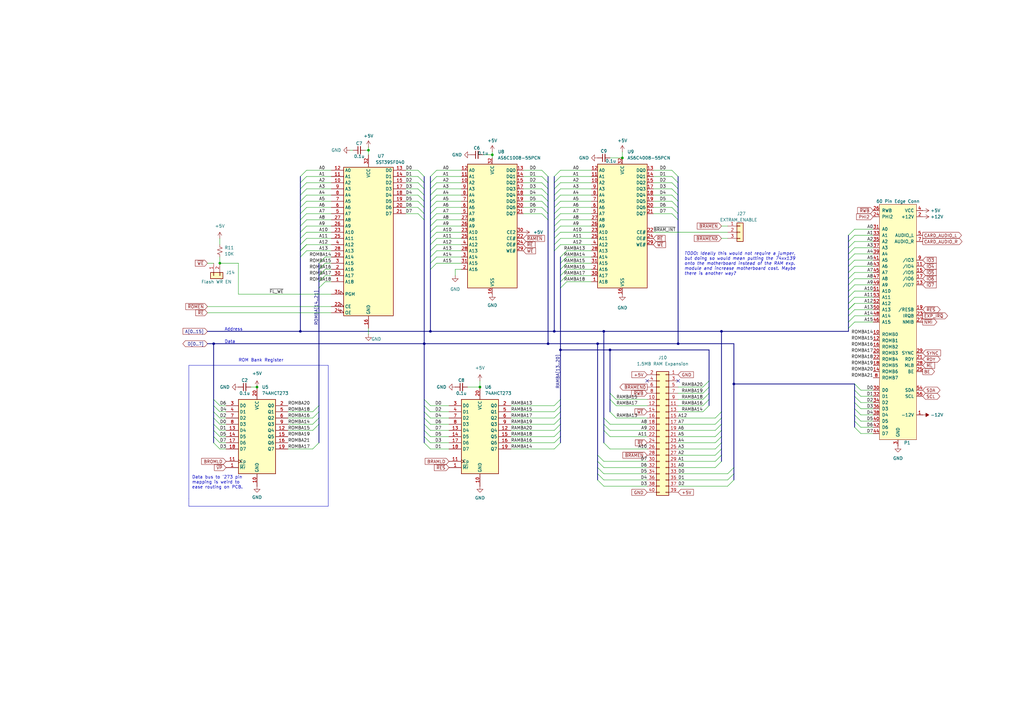
<source format=kicad_sch>
(kicad_sch (version 20231120) (generator "eeschema") (generator_version "8.0")
  (paper "A3")
  (title_block (title "OtterX") (date "2022-08-21") (rev "DV1 \"Sirius\"") (company "(C) 2023 Joe Burks"))
  (junction (at 176.53 135.89))
  (junction (at 224.79 140.97))
  (junction (at 87.63 140.97))
  (junction (at 245.11 140.97))
  (junction (at 295.91 135.89))
  (junction (at 201.93 63.5))
  (junction (at 229.87 143.51))
  (junction (at 196.85 158.75))
  (junction (at 105.41 158.75))
  (junction (at 227.33 135.89))
  (junction (at 255.27 64.77))
  (junction (at 300.99 157.48))
  (junction (at 250.19 143.51))
  (junction (at 247.65 135.89))
  (junction (at 173.99 140.97))
  (junction (at 90.17 107.95))
  (junction (at 278.13 140.97))
  (junction (at 151.13 61.595))
  (junction (at 123.19 135.89))
  (no_connect (at 278.13 156.21))
  (no_connect (at 265.43 156.21))
  (bus_entry (at 293.37 171.45) (size 2.54 -2.54))
  (bus_entry (at 275.59 69.85) (size 2.54 2.54))
  (bus_entry (at 123.19 77.47) (size 2.54 -2.54))
  (bus_entry (at 350.52 129.54) (size -2.54 2.54))
  (bus_entry (at 87.63 181.61) (size 2.54 2.54))
  (bus_entry (at 347.98 124.46) (size 2.54 -2.54))
  (bus_entry (at 125.73 100.33) (size -2.54 2.54))
  (bus_entry (at 227.33 92.71) (size 2.54 -2.54))
  (bus_entry (at 245.11 196.85) (size 2.54 2.54))
  (bus_entry (at 176.53 100.33) (size 2.54 -2.54))
  (bus_entry (at 298.45 199.39) (size 2.54 -2.54))
  (bus_entry (at 353.06 165.1) (size -2.54 -2.54))
  (bus_entry (at 229.87 118.11) (size 2.54 -2.54))
  (bus_entry (at 173.99 179.07) (size 2.54 2.54))
  (bus_entry (at 347.98 121.92) (size 2.54 -2.54))
  (bus_entry (at 87.63 166.37) (size 2.54 2.54))
  (bus_entry (at 123.19 82.55) (size 2.54 -2.54))
  (bus_entry (at 176.53 102.87) (size 2.54 -2.54))
  (bus_entry (at 347.98 101.6) (size 2.54 -2.54))
  (bus_entry (at 176.53 95.25) (size 2.54 -2.54))
  (bus_entry (at 245.11 194.31) (size 2.54 2.54))
  (bus_entry (at 123.19 72.39) (size 2.54 -2.54))
  (bus_entry (at 245.11 186.69) (size 2.54 2.54))
  (bus_entry (at 87.63 163.83) (size 2.54 2.54))
  (bus_entry (at 171.45 77.47) (size 2.54 2.54))
  (bus_entry (at 229.87 105.41) (size 2.54 -2.54))
  (bus_entry (at 123.19 85.09) (size 2.54 -2.54))
  (bus_entry (at 222.25 69.85) (size 2.54 2.54))
  (bus_entry (at 222.25 87.63) (size 2.54 2.54))
  (bus_entry (at 123.19 102.87) (size 2.54 -2.54))
  (bus_entry (at 87.63 176.53) (size 2.54 2.54))
  (bus_entry (at 222.25 74.93) (size 2.54 2.54))
  (bus_entry (at 87.63 168.91) (size 2.54 2.54))
  (bus_entry (at 293.37 173.99) (size 2.54 -2.54))
  (bus_entry (at 353.06 162.56) (size -2.54 -2.54))
  (bus_entry (at 247.65 181.61) (size 2.54 2.54))
  (bus_entry (at 247.65 171.45) (size 2.54 2.54))
  (bus_entry (at 247.65 173.99) (size 2.54 2.54))
  (bus_entry (at 247.65 176.53) (size 2.54 2.54))
  (bus_entry (at 176.53 97.79) (size 2.54 -2.54))
  (bus_entry (at 227.33 90.17) (size 2.54 -2.54))
  (bus_entry (at 176.53 87.63) (size 2.54 -2.54))
  (bus_entry (at 123.19 95.25) (size 2.54 -2.54))
  (bus_entry (at 222.25 82.55) (size 2.54 2.54))
  (bus_entry (at 229.87 110.49) (size 2.54 -2.54))
  (bus_entry (at 288.29 168.91) (size 2.54 -2.54))
  (bus_entry (at 293.37 176.53) (size 2.54 -2.54))
  (bus_entry (at 123.19 100.33) (size 2.54 -2.54))
  (bus_entry (at 293.37 179.07) (size 2.54 -2.54))
  (bus_entry (at 227.33 176.53) (size 2.54 -2.54))
  (bus_entry (at 176.53 105.41) (size 2.54 -2.54))
  (bus_entry (at 347.98 106.68) (size 2.54 -2.54))
  (bus_entry (at 275.59 74.93) (size 2.54 2.54))
  (bus_entry (at 222.25 85.09) (size 2.54 2.54))
  (bus_entry (at 288.29 161.29) (size 2.54 -2.54))
  (bus_entry (at 176.53 90.17) (size 2.54 -2.54))
  (bus_entry (at 171.45 87.63) (size 2.54 2.54))
  (bus_entry (at 347.98 96.52) (size 2.54 -2.54))
  (bus_entry (at 130.81 118.11) (size 2.54 -2.54))
  (bus_entry (at 293.37 189.23) (size 2.54 -2.54))
  (bus_entry (at 227.33 179.07) (size 2.54 -2.54))
  (bus_entry (at 176.53 77.47) (size 2.54 -2.54))
  (bus_entry (at 293.37 186.69) (size 2.54 -2.54))
  (bus_entry (at 353.06 172.72) (size -2.54 -2.54))
  (bus_entry (at 353.06 177.8) (size -2.54 -2.54))
  (bus_entry (at 87.63 173.99) (size 2.54 2.54))
  (bus_entry (at 176.53 72.39) (size 2.54 -2.54))
  (bus_entry (at 227.33 173.99) (size 2.54 -2.54))
  (bus_entry (at 123.19 92.71) (size 2.54 -2.54))
  (bus_entry (at 227.33 95.25) (size 2.54 -2.54))
  (bus_entry (at 227.33 171.45) (size 2.54 -2.54))
  (bus_entry (at 173.99 166.37) (size 2.54 2.54))
  (bus_entry (at 227.33 72.39) (size 2.54 -2.54))
  (bus_entry (at 275.59 77.47) (size 2.54 2.54))
  (bus_entry (at 347.98 119.38) (size 2.54 -2.54))
  (bus_entry (at 275.59 85.09) (size 2.54 2.54))
  (bus_entry (at 229.87 113.03) (size 2.54 -2.54))
  (bus_entry (at 173.99 168.91) (size 2.54 2.54))
  (bus_entry (at 222.25 77.47) (size 2.54 2.54))
  (bus_entry (at 245.11 191.77) (size 2.54 2.54))
  (bus_entry (at 173.99 176.53) (size 2.54 2.54))
  (bus_entry (at 227.33 168.91) (size 2.54 -2.54))
  (bus_entry (at 123.19 87.63) (size 2.54 -2.54))
  (bus_entry (at 87.63 171.45) (size 2.54 2.54))
  (bus_entry (at 275.59 87.63) (size 2.54 2.54))
  (bus_entry (at 227.33 97.79) (size 2.54 -2.54))
  (bus_entry (at 173.99 163.83) (size 2.54 2.54))
  (bus_entry (at 227.33 74.93) (size 2.54 -2.54))
  (bus_entry (at 229.87 107.95) (size 2.54 -2.54))
  (bus_entry (at 123.19 74.93) (size 2.54 -2.54))
  (bus_entry (at 293.37 184.15) (size 2.54 -2.54))
  (bus_entry (at 123.19 80.01) (size 2.54 -2.54))
  (bus_entry (at 347.98 127) (size 2.54 -2.54))
  (bus_entry (at 125.73 102.87) (size -2.54 2.54))
  (bus_entry (at 176.53 74.93) (size 2.54 -2.54))
  (bus_entry (at 353.06 175.26) (size -2.54 -2.54))
  (bus_entry (at 227.33 102.87) (size 2.54 -2.54))
  (bus_entry (at 173.99 173.99) (size 2.54 2.54))
  (bus_entry (at 171.45 72.39) (size 2.54 2.54))
  (bus_entry (at 353.06 160.02) (size -2.54 -2.54))
  (bus_entry (at 173.99 181.61) (size 2.54 2.54))
  (bus_entry (at 298.45 196.85) (size 2.54 -2.54))
  (bus_entry (at 275.59 72.39) (size 2.54 2.54))
  (bus_entry (at 227.33 166.37) (size 2.54 -2.54))
  (bus_entry (at 227.33 87.63) (size 2.54 -2.54))
  (bus_entry (at 133.35 110.49) (size -2.54 2.54))
  (bus_entry (at 133.35 113.03) (size -2.54 2.54))
  (bus_entry (at 133.35 107.95) (size -2.54 2.54))
  (bus_entry (at 133.35 105.41) (size -2.54 2.54))
  (bus_entry (at 347.98 111.76) (size 2.54 -2.54))
  (bus_entry (at 176.53 110.49) (size 2.54 -2.54))
  (bus_entry (at 350.52 124.46) (size -2.54 2.54))
  (bus_entry (at 176.53 92.71) (size 2.54 -2.54))
  (bus_entry (at 353.06 170.18) (size -2.54 -2.54))
  (bus_entry (at 350.52 132.08) (size -2.54 2.54))
  (bus_entry (at 347.98 109.22) (size 2.54 -2.54))
  (bus_entry (at 288.29 166.37) (size 2.54 -2.54))
  (bus_entry (at 347.98 114.3) (size 2.54 -2.54))
  (bus_entry (at 176.53 107.95) (size 2.54 -2.54))
  (bus_entry (at 347.98 116.84) (size 2.54 -2.54))
  (bus_entry (at 350.52 127) (size -2.54 2.54))
  (bus_entry (at 176.53 85.09) (size 2.54 -2.54))
  (bus_entry (at 227.33 181.61) (size 2.54 -2.54))
  (bus_entry (at 176.53 80.01) (size 2.54 -2.54))
  (bus_entry (at 347.98 104.14) (size 2.54 -2.54))
  (bus_entry (at 295.91 189.23) (size -2.54 2.54))
  (bus_entry (at 229.87 115.57) (size 2.54 -2.54))
  (bus_entry (at 227.33 100.33) (size 2.54 -2.54))
  (bus_entry (at 227.33 85.09) (size 2.54 -2.54))
  (bus_entry (at 293.37 181.61) (size 2.54 -2.54))
  (bus_entry (at 288.29 158.75) (size 2.54 -2.54))
  (bus_entry (at 222.25 72.39) (size 2.54 2.54))
  (bus_entry (at 123.19 90.17) (size 2.54 -2.54))
  (bus_entry (at 128.27 184.15) (size 2.54 -2.54))
  (bus_entry (at 128.27 171.45) (size 2.54 -2.54))
  (bus_entry (at 128.27 176.53) (size 2.54 -2.54))
  (bus_entry (at 128.27 173.99) (size 2.54 -2.54))
  (bus_entry (at 128.27 168.91) (size 2.54 -2.54))
  (bus_entry (at 353.06 167.64) (size -2.54 -2.54))
  (bus_entry (at 176.53 82.55) (size 2.54 -2.54))
  (bus_entry (at 222.25 80.01) (size 2.54 2.54))
  (bus_entry (at 171.45 82.55) (size 2.54 2.54))
  (bus_entry (at 227.33 184.15) (size 2.54 -2.54))
  (bus_entry (at 347.98 99.06) (size 2.54 -2.54))
  (bus_entry (at 245.11 189.23) (size 2.54 2.54))
  (bus_entry (at 275.59 80.01) (size 2.54 2.54))
  (bus_entry (at 298.45 194.31) (size 2.54 -2.54))
  (bus_entry (at 171.45 74.93) (size 2.54 2.54))
  (bus_entry (at 173.99 171.45) (size 2.54 2.54))
  (bus_entry (at 171.45 80.01) (size 2.54 2.54))
  (bus_entry (at 227.33 77.47) (size 2.54 -2.54))
  (bus_entry (at 275.59 82.55) (size 2.54 2.54))
  (bus_entry (at 227.33 80.01) (size 2.54 -2.54))
  (bus_entry (at 288.29 163.83) (size 2.54 -2.54))
  (bus_entry (at 123.19 97.79) (size 2.54 -2.54))
  (bus_entry (at 171.45 69.85) (size 2.54 2.54))
  (bus_entry (at 227.33 82.55) (size 2.54 -2.54))
  (bus_entry (at 250.19 161.29) (size 2.54 2.54))
  (bus_entry (at 250.19 163.83) (size 2.54 2.54))
  (bus_entry (at 250.19 168.91) (size 2.54 2.54))
  (bus_entry (at 87.63 179.07) (size 2.54 2.54))
  (bus_entry (at 171.45 85.09) (size 2.54 2.54))
  (bus (pts (xy 227.33 97.79) (xy 227.33 95.25)))
  (bus (pts (xy 227.33 82.55) (xy 227.33 80.01)))
  (wire (pts (xy 166.37 74.93) (xy 171.45 74.93)))
  (wire (pts (xy 209.55 179.07) (xy 227.33 179.07)))
  (bus (pts (xy 247.65 181.61) (xy 247.65 176.53)))
  (bus (pts (xy 130.81 173.99) (xy 130.81 181.61)))
  (wire (pts (xy 358.14 165.1) (xy 353.06 165.1)))
  (wire (pts (xy 250.19 64.77) (xy 255.27 64.77)))
  (wire (pts (xy 179.07 100.33) (xy 189.23 100.33)))
  (wire (pts (xy 176.53 171.45) (xy 184.15 171.45)))
  (bus (pts (xy 247.65 176.53) (xy 247.65 173.99)))
  (wire (pts (xy 189.23 110.49) (xy 186.69 110.49)))
  (bus (pts (xy 227.33 87.63) (xy 227.33 85.09)))
  (bus (pts (xy 300.99 140.97) (xy 300.99 157.48)))
  (wire (pts (xy 350.52 93.98) (xy 358.14 93.98)))
  (bus (pts (xy 300.99 194.31) (xy 300.99 191.77)))
  (wire (pts (xy 278.13 186.69) (xy 293.37 186.69)))
  (bus (pts (xy 176.53 85.09) (xy 176.53 87.63)))
  (bus (pts (xy 227.33 80.01) (xy 227.33 77.47)))
  (wire (pts (xy 232.41 107.95) (xy 242.57 107.95)))
  (wire (pts (xy 179.07 74.93) (xy 189.23 74.93)))
  (bus (pts (xy 176.53 135.89) (xy 227.33 135.89)))
  (bus (pts (xy 173.99 179.07) (xy 173.99 181.61)))
  (wire (pts (xy 209.55 176.53) (xy 227.33 176.53)))
  (bus (pts (xy 347.98 121.92) (xy 347.98 119.38)))
  (wire (pts (xy 350.52 127) (xy 358.14 127)))
  (wire (pts (xy 267.97 87.63) (xy 275.59 87.63)))
  (bus (pts (xy 278.13 77.47) (xy 278.13 80.01)))
  (wire (pts (xy 125.73 82.55) (xy 135.89 82.55)))
  (wire (pts (xy 186.69 110.49) (xy 186.69 113.03)))
  (bus (pts (xy 250.19 143.51) (xy 229.87 143.51)))
  (bus (pts (xy 123.19 90.17) (xy 123.19 87.63)))
  (wire (pts (xy 125.73 100.33) (xy 135.89 100.33)))
  (wire (pts (xy 295.91 92.71) (xy 298.45 92.71)))
  (wire (pts (xy 179.07 85.09) (xy 189.23 85.09)))
  (wire (pts (xy 118.11 168.91) (xy 128.27 168.91)))
  (wire (pts (xy 278.13 191.77) (xy 293.37 191.77)))
  (wire (pts (xy 179.07 80.01) (xy 189.23 80.01)))
  (bus (pts (xy 87.63 168.91) (xy 87.63 166.37)))
  (bus (pts (xy 176.53 110.49) (xy 176.53 135.89)))
  (bus (pts (xy 229.87 118.11) (xy 229.87 143.51)))
  (wire (pts (xy 350.52 119.38) (xy 358.14 119.38)))
  (bus (pts (xy 173.99 140.97) (xy 173.99 163.83)))
  (wire (pts (xy 278.13 163.83) (xy 288.29 163.83)))
  (bus (pts (xy 123.19 97.79) (xy 123.19 95.25)))
  (wire (pts (xy 214.63 72.39) (xy 222.25 72.39)))
  (bus (pts (xy 224.79 140.97) (xy 245.11 140.97)))
  (wire (pts (xy 90.17 184.15) (xy 92.71 184.15)))
  (wire (pts (xy 133.35 113.03) (xy 135.89 113.03)))
  (wire (pts (xy 295.91 97.79) (xy 298.45 97.79)))
  (wire (pts (xy 229.87 97.79) (xy 242.57 97.79)))
  (wire (pts (xy 350.52 101.6) (xy 358.14 101.6)))
  (wire (pts (xy 350.52 111.76) (xy 358.14 111.76)))
  (bus (pts (xy 290.83 158.75) (xy 290.83 156.21)))
  (wire (pts (xy 214.63 85.09) (xy 222.25 85.09)))
  (wire (pts (xy 176.53 173.99) (xy 184.15 173.99)))
  (bus (pts (xy 347.98 106.68) (xy 347.98 104.14)))
  (wire (pts (xy 232.41 102.87) (xy 242.57 102.87)))
  (wire (pts (xy 179.07 72.39) (xy 189.23 72.39)))
  (wire (pts (xy 214.63 82.55) (xy 222.25 82.55)))
  (bus (pts (xy 290.83 166.37) (xy 290.83 163.83)))
  (wire (pts (xy 125.73 97.79) (xy 135.89 97.79)))
  (bus (pts (xy 347.98 109.22) (xy 347.98 106.68)))
  (wire (pts (xy 247.65 196.85) (xy 265.43 196.85)))
  (wire (pts (xy 176.53 168.91) (xy 184.15 168.91)))
  (bus (pts (xy 123.19 95.25) (xy 123.19 92.71)))
  (bus (pts (xy 295.91 168.91) (xy 295.91 171.45)))
  (bus (pts (xy 130.81 107.95) (xy 130.81 110.49)))
  (wire (pts (xy 232.41 115.57) (xy 242.57 115.57)))
  (bus (pts (xy 247.65 135.89) (xy 295.91 135.89)))
  (bus (pts (xy 176.53 90.17) (xy 176.53 92.71)))
  (wire (pts (xy 125.73 74.93) (xy 135.89 74.93)))
  (polyline (pts (xy 77.47 204.47) (xy 77.47 149.86)))
  (wire (pts (xy 229.87 69.85) (xy 242.57 69.85)))
  (wire (pts (xy 278.13 171.45) (xy 293.37 171.45)))
  (wire (pts (xy 350.52 104.14) (xy 358.14 104.14)))
  (bus (pts (xy 176.53 74.93) (xy 176.53 77.47)))
  (wire (pts (xy 247.65 199.39) (xy 265.43 199.39)))
  (polyline (pts (xy 77.47 204.47) (xy 77.47 207.645)))
  (wire (pts (xy 125.73 92.71) (xy 135.89 92.71)))
  (bus (pts (xy 224.79 90.17) (xy 224.79 140.97)))
  (bus (pts (xy 347.98 127) (xy 347.98 129.54)))
  (wire (pts (xy 350.52 106.68) (xy 358.14 106.68)))
  (bus (pts (xy 278.13 74.93) (xy 278.13 77.47)))
  (bus (pts (xy 227.33 102.87) (xy 227.33 100.33)))
  (wire (pts (xy 229.87 92.71) (xy 242.57 92.71)))
  (wire (pts (xy 358.14 172.72) (xy 353.06 172.72)))
  (bus (pts (xy 87.63 166.37) (xy 87.63 163.83)))
  (wire (pts (xy 229.87 74.93) (xy 242.57 74.93)))
  (bus (pts (xy 295.91 179.07) (xy 295.91 181.61)))
  (wire (pts (xy 97.79 120.65) (xy 135.89 120.65)))
  (bus (pts (xy 227.33 92.71) (xy 227.33 90.17)))
  (bus (pts (xy 123.19 80.01) (xy 123.19 77.47)))
  (bus (pts (xy 123.19 105.41) (xy 123.19 135.89)))
  (wire (pts (xy 358.14 167.64) (xy 353.06 167.64)))
  (wire (pts (xy 144.78 61.595) (xy 143.51 61.595)))
  (wire (pts (xy 118.11 184.15) (xy 128.27 184.15)))
  (wire (pts (xy 198.12 63.5) (xy 201.93 63.5)))
  (bus (pts (xy 224.79 74.93) (xy 224.79 77.47)))
  (wire (pts (xy 350.52 114.3) (xy 358.14 114.3)))
  (bus (pts (xy 350.52 175.26) (xy 350.52 172.72)))
  (bus (pts (xy 87.63 171.45) (xy 87.63 173.99)))
  (bus (pts (xy 130.81 113.03) (xy 130.81 115.57)))
  (bus (pts (xy 229.87 113.03) (xy 229.87 115.57)))
  (bus (pts (xy 176.53 82.55) (xy 176.53 85.09)))
  (bus (pts (xy 278.13 87.63) (xy 278.13 90.17)))
  (bus (pts (xy 347.98 104.14) (xy 347.98 101.6)))
  (bus (pts (xy 295.91 186.69) (xy 295.91 189.23)))
  (bus (pts (xy 123.19 87.63) (xy 123.19 85.09)))
  (wire (pts (xy 125.73 77.47) (xy 135.89 77.47)))
  (wire (pts (xy 90.17 181.61) (xy 92.71 181.61)))
  (bus (pts (xy 229.87 143.51) (xy 229.87 163.83)))
  (bus (pts (xy 173.99 77.47) (xy 173.99 80.01)))
  (bus (pts (xy 245.11 191.77) (xy 245.11 194.31)))
  (bus (pts (xy 173.99 72.39) (xy 173.99 74.93)))
  (wire (pts (xy 125.73 72.39) (xy 135.89 72.39)))
  (wire (pts (xy 214.63 87.63) (xy 222.25 87.63)))
  (wire (pts (xy 90.17 176.53) (xy 92.71 176.53)))
  (wire (pts (xy 350.52 99.06) (xy 358.14 99.06)))
  (wire (pts (xy 232.41 110.49) (xy 242.57 110.49)))
  (bus (pts (xy 173.99 82.55) (xy 173.99 85.09)))
  (bus (pts (xy 278.13 82.55) (xy 278.13 85.09)))
  (wire (pts (xy 278.13 194.31) (xy 298.45 194.31)))
  (wire (pts (xy 252.73 171.45) (xy 265.43 171.45)))
  (bus (pts (xy 176.53 80.01) (xy 176.53 82.55)))
  (wire (pts (xy 350.52 124.46) (xy 358.14 124.46)))
  (bus (pts (xy 347.98 119.38) (xy 347.98 116.84)))
  (wire (pts (xy 85.09 128.27) (xy 135.89 128.27)))
  (wire (pts (xy 90.17 179.07) (xy 92.71 179.07)))
  (wire (pts (xy 229.87 77.47) (xy 242.57 77.47)))
  (bus (pts (xy 229.87 110.49) (xy 229.87 113.03)))
  (bus (pts (xy 130.81 168.91) (xy 130.81 171.45)))
  (wire (pts (xy 133.35 115.57) (xy 135.89 115.57)))
  (wire (pts (xy 125.73 87.63) (xy 135.89 87.63)))
  (wire (pts (xy 209.55 181.61) (xy 227.33 181.61)))
  (bus (pts (xy 229.87 171.45) (xy 229.87 173.99)))
  (wire (pts (xy 90.17 171.45) (xy 92.71 171.45)))
  (bus (pts (xy 176.53 97.79) (xy 176.53 100.33)))
  (wire (pts (xy 229.87 87.63) (xy 242.57 87.63)))
  (wire (pts (xy 229.87 100.33) (xy 242.57 100.33)))
  (wire (pts (xy 358.14 162.56) (xy 353.06 162.56)))
  (bus (pts (xy 173.99 168.91) (xy 173.99 171.45)))
  (wire (pts (xy 250.19 173.99) (xy 265.43 173.99)))
  (bus (pts (xy 250.19 143.51) (xy 250.19 161.29)))
  (bus (pts (xy 295.91 171.45) (xy 295.91 173.99)))
  (wire (pts (xy 247.65 189.23) (xy 265.43 189.23)))
  (wire (pts (xy 247.65 194.31) (xy 265.43 194.31)))
  (bus (pts (xy 173.99 176.53) (xy 173.99 179.07)))
  (bus (pts (xy 347.98 132.08) (xy 347.98 134.62)))
  (bus (pts (xy 173.99 166.37) (xy 173.99 168.91)))
  (wire (pts (xy 209.55 166.37) (xy 227.33 166.37)))
  (wire (pts (xy 97.79 120.65) (xy 97.79 107.95)))
  (wire (pts (xy 278.13 184.15) (xy 293.37 184.15)))
  (bus (pts (xy 229.87 163.83) (xy 229.87 166.37)))
  (wire (pts (xy 350.52 109.22) (xy 358.14 109.22)))
  (wire (pts (xy 90.17 173.99) (xy 92.71 173.99)))
  (bus (pts (xy 130.81 166.37) (xy 130.81 168.91)))
  (bus (pts (xy 224.79 85.09) (xy 224.79 87.63)))
  (wire (pts (xy 229.87 95.25) (xy 242.57 95.25)))
  (wire (pts (xy 179.07 69.85) (xy 189.23 69.85)))
  (wire (pts (xy 179.07 95.25) (xy 189.23 95.25)))
  (wire (pts (xy 278.13 168.91) (xy 288.29 168.91)))
  (bus (pts (xy 290.83 163.83) (xy 290.83 161.29)))
  (bus (pts (xy 229.87 115.57) (xy 229.87 118.11)))
  (wire (pts (xy 278.13 181.61) (xy 293.37 181.61)))
  (wire (pts (xy 267.97 72.39) (xy 275.59 72.39)))
  (wire (pts (xy 250.19 184.15) (xy 265.43 184.15)))
  (bus (pts (xy 350.52 162.56) (xy 350.52 160.02)))
  (bus (pts (xy 227.33 102.87) (xy 227.33 135.89)))
  (wire (pts (xy 278.13 179.07) (xy 293.37 179.07)))
  (wire (pts (xy 350.52 132.08) (xy 358.14 132.08)))
  (wire (pts (xy 250.19 179.07) (xy 265.43 179.07)))
  (wire (pts (xy 179.07 82.55) (xy 189.23 82.55)))
  (bus (pts (xy 224.79 72.39) (xy 224.79 74.93)))
  (bus (pts (xy 295.91 135.89) (xy 347.98 135.89)))
  (wire (pts (xy 149.86 61.595) (xy 151.13 61.595)))
  (wire (pts (xy 85.09 125.73) (xy 135.89 125.73)))
  (bus (pts (xy 278.13 80.01) (xy 278.13 82.55)))
  (bus (pts (xy 123.19 102.87) (xy 123.19 100.33)))
  (bus (pts (xy 347.98 114.3) (xy 347.98 111.76)))
  (bus (pts (xy 227.33 77.47) (xy 227.33 74.93)))
  (wire (pts (xy 118.11 171.45) (xy 128.27 171.45)))
  (wire (pts (xy 125.73 95.25) (xy 135.89 95.25)))
  (bus (pts (xy 123.19 135.89) (xy 176.53 135.89)))
  (bus (pts (xy 176.53 77.47) (xy 176.53 80.01)))
  (wire (pts (xy 278.13 199.39) (xy 298.45 199.39)))
  (bus (pts (xy 350.52 170.18) (xy 350.52 167.64)))
  (bus (pts (xy 87.63 140.97) (xy 87.63 163.83)))
  (bus (pts (xy 227.33 85.09) (xy 227.33 82.55)))
  (wire (pts (xy 267.97 85.09) (xy 275.59 85.09)))
  (wire (pts (xy 278.13 189.23) (xy 293.37 189.23)))
  (wire (pts (xy 358.14 177.8) (xy 353.06 177.8)))
  (bus (pts (xy 87.63 176.53) (xy 87.63 173.99)))
  (wire (pts (xy 179.07 102.87) (xy 189.23 102.87)))
  (bus (pts (xy 229.87 173.99) (xy 229.87 176.53)))
  (bus (pts (xy 176.53 107.95) (xy 176.53 110.49)))
  (wire (pts (xy 179.07 107.95) (xy 189.23 107.95)))
  (polyline (pts (xy 134.62 207.645) (xy 77.47 207.645)))
  (wire (pts (xy 350.52 121.92) (xy 358.14 121.92)))
  (bus (pts (xy 229.87 107.95) (xy 229.87 110.49)))
  (wire (pts (xy 229.87 90.17) (xy 242.57 90.17)))
  (wire (pts (xy 278.13 161.29) (xy 288.29 161.29)))
  (bus (pts (xy 87.63 181.61) (xy 87.63 179.07)))
  (bus (pts (xy 173.99 80.01) (xy 173.99 82.55)))
  (wire (pts (xy 176.53 179.07) (xy 184.15 179.07)))
  (bus (pts (xy 130.81 110.49) (xy 130.81 113.03)))
  (wire (pts (xy 255.27 62.23) (xy 255.27 64.77)))
  (wire (pts (xy 267.97 74.93) (xy 275.59 74.93)))
  (bus (pts (xy 176.53 100.33) (xy 176.53 102.87)))
  (bus (pts (xy 176.53 105.41) (xy 176.53 107.95)))
  (wire (pts (xy 166.37 72.39) (xy 171.45 72.39)))
  (bus (pts (xy 87.63 140.97) (xy 173.99 140.97)))
  (bus (pts (xy 245.11 140.97) (xy 278.13 140.97)))
  (wire (pts (xy 247.65 191.77) (xy 265.43 191.77)))
  (wire (pts (xy 229.87 82.55) (xy 242.57 82.55)))
  (wire (pts (xy 151.13 134.62) (xy 151.13 137.16)))
  (wire (pts (xy 133.35 105.41) (xy 135.89 105.41)))
  (wire (pts (xy 358.14 160.02) (xy 353.06 160.02)))
  (wire (pts (xy 90.17 168.91) (xy 92.71 168.91)))
  (bus (pts (xy 278.13 140.97) (xy 300.99 140.97)))
  (bus (pts (xy 295.91 184.15) (xy 295.91 186.69)))
  (bus (pts (xy 229.87 176.53) (xy 229.87 179.07)))
  (wire (pts (xy 196.85 156.21) (xy 196.85 158.75)))
  (wire (pts (xy 229.87 85.09) (xy 242.57 85.09)))
  (bus (pts (xy 245.11 194.31) (xy 245.11 196.85)))
  (bus (pts (xy 300.99 157.48) (xy 350.52 157.48)))
  (wire (pts (xy 278.13 196.85) (xy 298.45 196.85)))
  (bus (pts (xy 130.81 118.11) (xy 130.81 166.37)))
  (wire (pts (xy 179.07 87.63) (xy 189.23 87.63)))
  (bus (pts (xy 173.99 163.83) (xy 173.99 166.37)))
  (bus (pts (xy 229.87 105.41) (xy 229.87 107.95)))
  (wire (pts (xy 133.35 107.95) (xy 135.89 107.95)))
  (wire (pts (xy 267.97 95.25) (xy 298.45 95.25)))
  (bus (pts (xy 123.19 82.55) (xy 123.19 80.01)))
  (bus (pts (xy 278.13 90.17) (xy 278.13 140.97)))
  (wire (pts (xy 151.13 61.595) (xy 151.13 63.5)))
  (bus (pts (xy 85.09 135.89) (xy 123.19 135.89)))
  (wire (pts (xy 267.97 69.85) (xy 275.59 69.85)))
  (bus (pts (xy 173.99 90.17) (xy 173.99 140.97)))
  (bus (pts (xy 173.99 87.63) (xy 173.99 90.17)))
  (bus (pts (xy 347.98 99.06) (xy 347.98 96.52)))
  (wire (pts (xy 125.73 90.17) (xy 135.89 90.17)))
  (bus (pts (xy 229.87 168.91) (xy 229.87 171.45)))
  (wire (pts (xy 97.79 107.95) (xy 90.17 107.95)))
  (bus (pts (xy 347.98 129.54) (xy 347.98 132.08)))
  (wire (pts (xy 214.63 80.01) (xy 222.25 80.01)))
  (wire (pts (xy 350.52 116.84) (xy 358.14 116.84)))
  (bus (pts (xy 250.19 161.29) (xy 250.19 163.83)))
  (wire (pts (xy 166.37 82.55) (xy 171.45 82.55)))
  (bus (pts (xy 347.98 124.46) (xy 347.98 121.92)))
  (wire (pts (xy 166.37 69.85) (xy 171.45 69.85)))
  (polyline (pts (xy 77.47 149.86) (xy 134.62 149.86)))
  (bus (pts (xy 247.65 135.89) (xy 247.65 171.45)))
  (wire (pts (xy 179.07 77.47) (xy 189.23 77.47)))
  (wire (pts (xy 90.17 166.37) (xy 92.71 166.37)))
  (wire (pts (xy 176.53 181.61) (xy 184.15 181.61)))
  (bus (pts (xy 247.65 173.99) (xy 247.65 171.45)))
  (wire (pts (xy 232.41 105.41) (xy 242.57 105.41)))
  (bus (pts (xy 350.52 167.64) (xy 350.52 165.1)))
  (wire (pts (xy 125.73 102.87) (xy 135.89 102.87)))
  (bus (pts (xy 176.53 72.39) (xy 176.53 74.93)))
  (wire (pts (xy 133.35 110.49) (xy 135.89 110.49)))
  (bus (pts (xy 229.87 179.07) (xy 229.87 181.61)))
  (wire (pts (xy 201.93 63.5) (xy 201.93 64.77)))
  (wire (pts (xy 250.19 176.53) (xy 265.43 176.53)))
  (bus (pts (xy 350.52 160.02) (xy 350.52 157.48)))
  (bus (pts (xy 176.53 92.71) (xy 176.53 95.25)))
  (wire (pts (xy 166.37 87.63) (xy 171.45 87.63)))
  (wire (pts (xy 125.73 85.09) (xy 135.89 85.09)))
  (wire (pts (xy 278.13 173.99) (xy 293.37 173.99)))
  (bus (pts (xy 123.19 92.71) (xy 123.19 90.17)))
  (polyline (pts (xy 134.62 149.86) (xy 134.62 207.645)))
  (bus (pts (xy 278.13 72.39) (xy 278.13 74.93)))
  (wire (pts (xy 151.13 60.325) (xy 151.13 61.595)))
  (wire (pts (xy 214.63 69.85) (xy 222.25 69.85)))
  (bus (pts (xy 250.19 163.83) (xy 250.19 168.91)))
  (wire (pts (xy 90.17 97.79) (xy 90.17 100.33)))
  (bus (pts (xy 245.11 140.97) (xy 245.11 186.69)))
  (bus (pts (xy 173.99 171.45) (xy 173.99 173.99)))
  (wire (pts (xy 232.41 113.03) (xy 242.57 113.03)))
  (bus (pts (xy 224.79 77.47) (xy 224.79 80.01)))
  (wire (pts (xy 166.37 85.09) (xy 171.45 85.09)))
  (wire (pts (xy 85.09 107.95) (xy 87.63 107.95)))
  (wire (pts (xy 191.77 158.75) (xy 196.85 158.75)))
  (wire (pts (xy 166.37 77.47) (xy 171.45 77.47)))
  (wire (pts (xy 118.11 176.53) (xy 128.27 176.53)))
  (wire (pts (xy 209.55 168.91) (xy 227.33 168.91)))
  (bus (pts (xy 123.19 85.09) (xy 123.19 82.55)))
  (wire (pts (xy 166.37 80.01) (xy 171.45 80.01)))
  (wire (pts (xy 267.97 82.55) (xy 275.59 82.55)))
  (bus (pts (xy 295.91 176.53) (xy 295.91 179.07)))
  (bus (pts (xy 347.98 135.89) (xy 347.98 134.62)))
  (bus (pts (xy 290.83 161.29) (xy 290.83 158.75)))
  (bus (pts (xy 173.99 85.09) (xy 173.99 87.63)))
  (bus (pts (xy 300.99 157.48) (xy 300.99 191.77)))
  (wire (pts (xy 358.14 175.26) (xy 353.06 175.26)))
  (bus (pts (xy 227.33 100.33) (xy 227.33 97.79)))
  (wire (pts (xy 209.55 173.99) (xy 227.33 173.99)))
  (wire (pts (xy 179.07 90.17) (xy 189.23 90.17)))
  (bus (pts (xy 278.13 85.09) (xy 278.13 87.63)))
  (bus (pts (xy 245.11 189.23) (xy 245.11 191.77)))
  (bus (pts (xy 176.53 102.87) (xy 176.53 105.41)))
  (bus (pts (xy 224.79 80.01) (xy 224.79 82.55)))
  (bus (pts (xy 123.19 102.87) (xy 123.19 105.41)))
  (wire (pts (xy 209.55 184.15) (xy 227.33 184.15)))
  (wire (pts (xy 267.97 80.01) (xy 275.59 80.01)))
  (bus (pts (xy 227.33 90.17) (xy 227.33 87.63)))
  (bus (pts (xy 173.99 74.93) (xy 173.99 77.47)))
  (bus (pts (xy 123.19 77.47) (xy 123.19 74.93)))
  (bus (pts (xy 350.52 172.72) (xy 350.52 170.18)))
  (bus (pts (xy 85.09 140.97) (xy 87.63 140.97)))
  (wire (pts (xy 214.63 77.47) (xy 222.25 77.47)))
  (wire (pts (xy 267.97 77.47) (xy 275.59 77.47)))
  (bus (pts (xy 224.79 82.55) (xy 224.79 85.09)))
  (bus (pts (xy 176.53 87.63) (xy 176.53 90.17)))
  (wire (pts (xy 252.73 166.37) (xy 265.43 166.37)))
  (bus (pts (xy 347.98 116.84) (xy 347.98 114.3)))
  (wire (pts (xy 125.73 80.01) (xy 135.89 80.01)))
  (wire (pts (xy 179.07 97.79) (xy 189.23 97.79)))
  (bus (pts (xy 176.53 95.25) (xy 176.53 97.79)))
  (wire (pts (xy 252.73 163.83) (xy 265.43 163.83)))
  (wire (pts (xy 201.93 62.23) (xy 201.93 63.5)))
  (wire (pts (xy 176.53 184.15) (xy 184.15 184.15)))
  (wire (pts (xy 214.63 74.93) (xy 222.25 74.93)))
  (wire (pts (xy 90.17 105.41) (xy 90.17 107.95)))
  (bus (pts (xy 173.99 173.99) (xy 173.99 176.53)))
  (wire (pts (xy 278.13 166.37) (xy 288.29 166.37)))
  (bus (pts (xy 347.98 101.6) (xy 347.98 99.06)))
  (wire (pts (xy 102.87 158.75) (xy 105.41 158.75)))
  (bus (pts (xy 347.98 127) (xy 347.98 124.46)))
  (bus (pts (xy 300.99 196.85) (xy 300.99 194.31)))
  (bus (pts (xy 295.91 181.61) (xy 295.91 184.15)))
  (wire (pts (xy 176.53 166.37) (xy 184.15 166.37)))
  (wire (pts (xy 278.13 176.53) (xy 293.37 176.53)))
  (bus (pts (xy 123.19 74.93) (xy 123.19 72.39)))
  (bus (pts (xy 347.98 111.76) (xy 347.98 109.22)))
  (bus (pts (xy 173.99 140.97) (xy 224.79 140.97)))
  (wire (pts (xy 350.52 96.52) (xy 358.14 96.52)))
  (bus (pts (xy 87.63 179.07) (xy 87.63 176.53)))
  (bus (pts (xy 229.87 166.37) (xy 229.87 168.91)))
  (bus (pts (xy 290.83 143.51) (xy 250.19 143.51)))
  (bus (pts (xy 227.33 95.25) (xy 227.33 92.71)))
  (bus (pts (xy 227.33 74.93) (xy 227.33 72.39)))
  (bus (pts (xy 87.63 171.45) (xy 87.63 168.91)))
  (bus (pts (xy 245.11 186.69) (xy 245.11 189.23)))
  (wire (pts (xy 179.07 92.71) (xy 189.23 92.71)))
  (bus (pts (xy 130.81 171.45) (xy 130.81 173.99)))
  (wire (pts (xy 179.07 105.41) (xy 189.23 105.41)))
  (wire (pts (xy 176.53 176.53) (xy 184.15 176.53)))
  (wire (pts (xy 125.73 69.85) (xy 135.89 69.85)))
  (bus (pts (xy 350.52 165.1) (xy 350.52 162.56)))
  (wire (pts (xy 209.55 171.45) (xy 227.33 171.45)))
  (bus (pts (xy 295.91 173.99) (xy 295.91 176.53)))
  (wire (pts (xy 358.14 170.18) (xy 353.06 170.18)))
  (bus (pts (xy 227.33 135.89) (xy 247.65 135.89)))
  (bus (pts (xy 224.79 87.63) (xy 224.79 90.17)))
  (wire (pts (xy 350.52 129.54) (xy 358.14 129.54)))
  (wire (pts (xy 118.11 173.99) (xy 128.27 173.99)))
  (bus (pts (xy 130.81 115.57) (xy 130.81 118.11)))
  (wire (pts (xy 229.87 72.39) (xy 242.57 72.39)))
  (bus (pts (xy 123.19 100.33) (xy 123.19 97.79)))
  (wire (pts (xy 278.13 158.75) (xy 288.29 158.75)))
  (wire (pts (xy 229.87 80.01) (xy 242.57 80.01)))
  (bus (pts (xy 295.91 135.89) (xy 295.91 168.91)))
  (bus (pts (xy 290.83 156.21) (xy 290.83 143.51)))
  (text "Address" (at 92.075 135.89 0) (effects (font (size 1.27 1.27)) (justify left bottom)))
  (text "Data bus to '273 pin\nmapping is weird to\nease routing on PCB." (at 78.74 200.66 0) (effects (font (size 1.27 1.27)) (justify left bottom)))
  (text "TODO: Ideally this would not require a jumper,\nbut doing so would mean putting the 74xx139\nonto the motherboard instead of the RAM exp.\nmodule and increase motherboard cost. Maybe\nthere is another way?" (at 280.67 113.03 0) (effects (font (size 1.27 1.27) (italic yes)) (justify left bottom)))
  (text "Data" (at 92.075 140.97 0) (effects (font (size 1.27 1.27)) (justify left bottom)))
  (text "ROM Bank Register" (at 97.79 148.59 0) (effects (font (size 1.27 1.27)) (justify left bottom)))
  (label "A9" (at 358.14 116.84 180))
  (label "A14" (at 181.61 105.41 0))
  (label "ROMBA14" (at 135.89 105.41 180))
  (label "RAMBA13" (at 209.55 166.37 0))
  (label "RAMBA20" (at 288.29 158.75 180))
  (label "A10" (at 234.95 95.25 0))
  (label "D7" (at 166.37 87.63 0))
  (label "ROMBA17" (at 358.14 144.78 180))
  (label "D3" (at 217.17 77.47 0))
  (label "A8" (at 181.61 90.17 0))
  (label "D7" (at 358.14 177.8 180))
  (label "D4" (at 358.14 170.18 180))
  (label "D0" (at 358.14 160.02 180))
  (label "RAMBA20" (at 209.55 176.53 0))
  (label "RAMBA13" (at 240.03 102.87 180))
  (label "A7" (at 358.14 111.76 180))
  (label "A2" (at 130.81 74.93 0))
  (label "RAMBA14" (at 240.03 105.41 180))
  (label "A3" (at 234.95 77.47 0))
  (label "ROMBA17" (at 118.11 184.15 0))
  (label "~{FL_WE}" (at 110.49 120.65 0))
  (label "ROMBA14" (at 358.14 137.16 180))
  (label "ROMBA17" (at 135.89 113.03 180))
  (label "RAMBA14" (at 288.29 168.91 180))
  (label "RAMBA13" (at 252.73 171.45 0))
  (label "RAMBA16" (at 209.55 181.61 0))
  (label "A5" (at 358.14 106.68 180))
  (label "ROMBA16" (at 358.14 142.24 180))
  (label "A2" (at 181.61 74.93 0))
  (label "A0" (at 181.61 69.85 0))
  (label "A6" (at 358.14 109.22 180))
  (label "RAMBA15" (at 252.73 163.83 0))
  (label "D0" (at 278.13 194.31 0))
  (label "ROMBA21" (at 358.14 154.94 180))
  (label "D2" (at 358.14 165.1 180))
  (label "D6" (at 166.37 85.09 0))
  (label "A5" (at 181.61 82.55 0))
  (label "D7" (at 90.17 181.61 0))
  (label "A4" (at 358.14 104.14 180))
  (label "D5" (at 166.37 82.55 0))
  (label "A3" (at 358.14 101.6 180))
  (label "D2" (at 278.13 199.39 0))
  (label "D5" (at 90.17 179.07 0))
  (label "RAMBA15" (at 240.03 107.95 180))
  (label "ROMBA15" (at 358.14 139.7 180))
  (label "A6" (at 234.95 85.09 0))
  (label "A12" (at 234.95 100.33 0))
  (label "A11" (at 265.43 179.07 180))
  (label "D1" (at 270.51 72.39 0))
  (label "A8" (at 265.43 173.99 180))
  (label "D7" (at 265.43 189.23 180))
  (label "A7" (at 234.95 87.63 0))
  (label "ROMBA16" (at 118.11 171.45 0))
  (label "A9" (at 234.95 92.71 0))
  (label "D3" (at 270.51 77.47 0))
  (label "ROMBA19" (at 118.11 179.07 0))
  (label "D3" (at 358.14 167.64 180))
  (label "ROMBA20" (at 358.14 152.4 180))
  (label "A8" (at 234.95 90.17 0))
  (label "A5" (at 130.81 82.55 0))
  (label "D6" (at 178.435 173.99 0))
  (label "D5" (at 358.14 172.72 180))
  (label "D4" (at 178.435 171.45 0))
  (label "A15" (at 181.61 107.95 0))
  (label "A1" (at 358.14 96.52 180))
  (label "D6" (at 265.43 191.77 180))
  (label "A1" (at 130.81 72.39 0))
  (label "A10" (at 265.43 184.15 180))
  (label "D1" (at 278.13 196.85 0))
  (label "D0" (at 90.17 173.99 0))
  (label "D1" (at 90.17 176.53 0))
  (label "A3" (at 181.61 77.47 0))
  (label "A7" (at 278.13 173.99 0))
  (label "A3" (at 278.13 184.15 0))
  (label "A4" (at 234.95 80.01 0))
  (label "A9" (at 265.43 176.53 180))
  (label "A1" (at 181.61 72.39 0))
  (label "ROMBA16" (at 135.89 110.49 180))
  (label "ROMBA18" (at 135.89 115.57 180))
  (label "RAMBA18" (at 240.03 115.57 180))
  (label "~{BRAM_INT}" (at 267.97 95.25 0))
  (label "A7" (at 130.81 87.63 0))
  (label "A13" (at 130.81 102.87 0))
  (label "D0" (at 270.51 69.85 0))
  (label "A6" (at 278.13 176.53 0))
  (label "A0" (at 358.14 93.98 180))
  (label "A4" (at 278.13 181.61 0))
  (label "D4" (at 217.17 80.01 0))
  (label "A11" (at 358.14 121.92 180))
  (label "D5" (at 217.17 82.55 0))
  (label "A14" (at 358.14 129.54 180))
  (label "A10" (at 181.61 95.25 0))
  (label "A1" (at 234.95 72.39 0))
  (label "D0" (at 178.435 166.37 0))
  (label "D2" (at 90.17 171.45 0))
  (label "RAMBA16" (at 288.29 166.37 180))
  (label "A9" (at 181.61 92.71 0))
  (label "A4" (at 130.81 80.01 0))
  (label "RAMBA19" (at 209.55 173.99 0))
  (label "A12" (at 130.81 100.33 0))
  (label "A10" (at 130.81 95.25 0))
  (label "A7" (at 181.61 87.63 0))
  (label "A4" (at 181.61 80.01 0))
  (label "A11" (at 181.61 97.79 0))
  (label "D4" (at 166.37 80.01 0))
  (label "A12" (at 358.14 124.46 180))
  (label "ROMBA20" (at 118.11 166.37 0))
  (label "RAMBA17" (at 209.55 171.45 0))
  (label "A11" (at 130.81 97.79 0))
  (label "A8" (at 130.81 90.17 0))
  (label "RAMBA17" (at 252.73 166.37 0))
  (label "D2" (at 270.51 74.93 0))
  (label "D0" (at 217.17 69.85 0))
  (label "RAMBA14" (at 209.55 184.15 0))
  (label "A13" (at 181.61 102.87 0))
  (label "D0" (at 166.37 69.85 0))
  (label "D1" (at 166.37 72.39 0))
  (label "D7" (at 270.51 87.63 0))
  (label "D1" (at 358.14 162.56 180))
  (label "D7" (at 178.435 176.53 0))
  (label "ROMBA18" (at 118.11 168.91 0))
  (label "D3" (at 265.43 199.39 180))
  (label "A6" (at 130.81 85.09 0))
  (label "RAMBA16" (at 240.03 110.49 180))
  (label "D2" (at 178.435 168.91 0))
  (label "D4" (at 90.297 168.91 0))
  (label "A3" (at 130.81 77.47 0))
  (label "ROMBA15" (at 135.89 107.95 180))
  (label "A5" (at 278.13 179.07 0))
  (label "A9" (at 130.81 92.71 0))
  (label "D3" (at 166.37 77.47 0))
  (label "A11" (at 234.95 97.79 0))
  (label "D5" (at 270.51 82.55 0))
  (label "RAMBA15" (at 209.55 168.91 0))
  (label "D3" (at 90.17 184.15 0))
  (label "A0" (at 234.95 69.85 0))
  (label "D6" (at 90.17 166.37 0))
  (label "D4" (at 265.43 196.85 180))
  (label "A2" (at 358.14 99.06 180))
  (label "A15" (at 358.14 132.08 180))
  (label "A0" (at 278.13 191.77 0))
  (label "D2" (at 166.37 74.93 0))
  (label "D6" (at 358.14 175.26 180))
  (label "A2" (at 278.13 186.69 0))
  (label "ROMBA[14..21]" (at 130.81 133.35 90))
  (label "ROMBA15" (at 118.11 176.53 0))
  (label "ROMBA19" (at 358.14 149.86 180))
  (label "ROMBA14" (at 118.11 173.99 0))
  (label "D5" (at 265.43 194.31 180))
  (label "A13" (at 358.14 127 180))
  (label "A2" (at 234.95 74.93 0))
  (label "D1" (at 178.435 184.15 0))
  (label "A10" (at 358.14 119.38 180))
  (label "D1" (at 217.17 72.39 0))
  (label "A1" (at 278.13 189.23 0))
  (label "RAMBA18" (at 288.29 163.83 180))
  (label "A0" (at 130.81 69.85 0))
  (label "D5" (at 178.435 179.07 0))
  (label "A12" (at 181.61 100.33 0))
  (label "A8" (at 358.14 114.3 180))
  (label "D6" (at 270.51 85.09 0))
  (label "RAMBA19" (at 288.29 161.29 180))
  (label "D2" (at 217.17 74.93 0))
  (label "ROMBA21" (at 118.11 181.61 0))
  (label "D3" (at 178.435 181.61 0))
  (label "D7" (at 217.17 87.63 0))
  (label "A6" (at 181.61 85.09 0))
  (label "ROMBA18" (at 358.14 147.32 180))
  (label "RAMBA[13..20]" (at 229.87 159.385 90))
  (label "A12" (at 278.13 171.45 0))
  (label "RAMBA18" (at 209.55 179.07 0))
  (label "D4" (at 270.51 80.01 0))
  (label "D6" (at 217.17 85.09 0))
  (label "A5" (at 234.95 82.55 0))
  (label "RAMBA17" (at 240.03 113.03 180))
  (global_label "~{ML}" (shape input) (at 378.46 149.86 0) (property "Intersheetrefs" "${INTERSHEET_REFS}" (effects (hide yes))))
  (global_label "~{ROMEN}" (shape input) (at 85.09 125.73 180) (property "Intersheetrefs" "${INTERSHEET_REFS}" (effects (hide yes))))
  (global_label "~{BRAMEN0}" (shape output) (at 265.43 158.75 180) (property "Intersheetrefs" "${INTERSHEET_REFS}" (effects (hide yes))))
  (global_label "~{RWB}" (shape input) (at 265.43 161.29 180) (property "Intersheetrefs" "${INTERSHEET_REFS}" (effects (hide yes))))
  (global_label "~{IO7}" (shape input) (at 378.46 116.84 0) (property "Intersheetrefs" "${INTERSHEET_REFS}" (effects (hide yes))))
  (global_label "SYNC" (shape input) (at 378.46 144.78 0) (property "Intersheetrefs" "${INTERSHEET_REFS}" (effects (hide yes))))
  (global_label "BE" (shape output) (at 378.46 152.4 0) (property "Intersheetrefs" "${INTERSHEET_REFS}" (effects (hide yes))))
  (global_label "~{WE}" (shape input) (at 267.97 100.33 0) (property "Intersheetrefs" "${INTERSHEET_REFS}" (effects (hide yes))))
  (global_label "~{EXP_IRQ}" (shape output) (at 378.46 129.54 0) (property "Intersheetrefs" "${INTERSHEET_REFS}" (effects (hide yes))))
  (global_label "GND" (shape input) (at 278.13 153.67 0) (property "Intersheetrefs" "${INTERSHEET_REFS}" (effects (hide yes))))
  (global_label "+5V" (shape input) (at 265.43 153.67 180) (property "Intersheetrefs" "${INTERSHEET_REFS}" (effects (hide yes))))
  (global_label "~{RWB}" (shape input) (at 358.14 86.36 180) (property "Intersheetrefs" "${INTERSHEET_REFS}" (effects (hide yes))))
  (global_label "RDY" (shape bidirectional) (at 378.46 147.32 0) (property "Intersheetrefs" "${INTERSHEET_REFS}" (effects (hide yes))))
  (global_label "~{IO5}" (shape input) (at 378.46 111.76 0) (property "Intersheetrefs" "${INTERSHEET_REFS}" (effects (hide yes))))
  (global_label "CARD_AUDIO_L" (shape output) (at 378.46 96.52 0) (property "Intersheetrefs" "${INTERSHEET_REFS}" (effects (hide yes))))
  (global_label "~{RAMEN}" (shape input) (at 214.63 97.79 0) (property "Intersheetrefs" "${INTERSHEET_REFS}" (effects (hide yes))))
  (global_label "CARD_AUDIO_R" (shape output) (at 378.46 99.06 0) (property "Intersheetrefs" "${INTERSHEET_REFS}" (effects (hide yes))))
  (global_label "~{RE}" (shape input) (at 267.97 97.79 0) (property "Intersheetrefs" "${INTERSHEET_REFS}" (effects (hide yes))))
  (global_label "BRAMLD" (shape input) (at 184.15 189.23 180) (property "Intersheetrefs" "${INTERSHEET_REFS}" (effects (hide yes))))
  (global_label "~{IO4}" (shape input) (at 378.46 109.22 0) (property "Intersheetrefs" "${INTERSHEET_REFS}" (effects (hide yes))))
  (global_label "~{BRAMEN}" (shape input) (at 295.91 92.71 180) (property "Intersheetrefs" "${INTERSHEET_REFS}" (effects (hide yes))))
  (global_label "~{RES}" (shape input) (at 184.15 191.77 180) (property "Intersheetrefs" "${INTERSHEET_REFS}" (effects (hide yes))))
  (global_label "BROMLD" (shape input) (at 92.71 189.23 180) (property "Intersheetrefs" "${INTERSHEET_REFS}" (effects (hide yes))))
  (global_label "~{BRAMEN0}" (shape input) (at 295.91 97.79 180) (property "Intersheetrefs" "${INTERSHEET_REFS}" (effects (hide yes))))
  (global_label "~{RE}" (shape input) (at 85.09 128.27 180) (property "Intersheetrefs" "${INTERSHEET_REFS}" (effects (hide yes))))
  (global_label "~{RE}" (shape input) (at 265.43 181.61 180) (property "Intersheetrefs" "${INTERSHEET_REFS}" (effects (hide yes))))
  (global_label "~{BRAMEN}" (shape input) (at 265.43 186.69 180) (property "Intersheetrefs" "${INTERSHEET_REFS}" (effects (hide yes))))
  (global_label "SCL" (shape tri_state) (at 378.46 162.56 0) (property "Intersheetrefs" "${INTERSHEET_REFS}" (effects (hide yes))))
  (global_label "~{IO6}" (shape input) (at 378.46 114.3 0) (property "Intersheetrefs" "${INTERSHEET_REFS}" (effects (hide yes))))
  (global_label "~{WE}" (shape input) (at 265.43 168.91 180) (property "Intersheetrefs" "${INTERSHEET_REFS}" (effects (hide yes))))
  (global_label "SDA" (shape tri_state) (at 378.46 160.02 0) (property "Intersheetrefs" "${INTERSHEET_REFS}" (effects (hide yes))))
  (global_label "D[0..7]" (shape bidirectional) (at 85.09 140.97 180) (property "Intersheetrefs" "${INTERSHEET_REFS}" (effects (hide yes))))
  (global_label "~{NMI}" (shape output) (at 378.46 132.08 0) (property "Intersheetrefs" "${INTERSHEET_REFS}" (effects (hide yes))))
  (global_label "~{RES}" (shape bidirectional) (at 378.46 127 0) (property "Intersheetrefs" "${INTERSHEET_REFS}" (effects (hide yes))))
  (global_label "PHI2" (shape input) (at 358.14 88.9 180) (property "Intersheetrefs" "${INTERSHEET_REFS}" (effects (hide yes))))
  (global_label "+5V" (shape input) (at 278.13 201.93 0) (property "Intersheetrefs" "${INTERSHEET_REFS}" (effects (hide yes))))
  (global_label "~{WE}" (shape input) (at 214.63 102.87 0) (property "Intersheetrefs" "${INTERSHEET_REFS}" (effects (hide yes))))
  (global_label "~{IO3}" (shape input) (at 378.46 106.68 0) (property "Intersheetrefs" "${INTERSHEET_REFS}" (effects (hide yes))))
  (global_label "GND" (shape input) (at 265.43 201.93 180) (property "Intersheetrefs" "${INTERSHEET_REFS}" (effects (hide yes))))
  (global_label "A[0..15]" (shape input) (at 85.09 135.89 180) (property "Intersheetrefs" "${INTERSHEET_REFS}" (effects (hide yes))))
  (global_label "~{WE}" (shape input) (at 85.09 107.95 180) (property "Intersheetrefs" "${INTERSHEET_REFS}" (effects (hide yes))))
  (global_label "~{RE}" (shape input) (at 214.63 100.33 0) (property "Intersheetrefs" "${INTERSHEET_REFS}" (effects (hide yes))))
  (global_label "~{VP}" (shape input) (at 92.71 191.77 180) (property "Intersheetrefs" "${INTERSHEET_REFS}" (effects (hide yes))))
  (symbol (lib_id "power:+5V") (at 196.85 156.21 0) (unit 1)
    (property "Reference" "#PWR0120" (effects (hide yes)))
    (property "Value" "+5V" (at 196.85 150.876 0))
    (property "Description" "Power symbol creates a global label with name \"+5V\"" (effects (hide yes)))
  )
  (symbol (lib_id "Memory_RAM:AS6C4008-55PCN") (at 255.27 92.71 0) (unit 1)
    (property "Reference" "U9" (at 257.2894 62.23 0) (effects (justify left)))
    (property "Value" "AS6C4008-55PCN" (at 257.2894 64.77 0) (effects (justify left)))
    (property "Footprint" "OtterX:DIP-32_W15.24mm_ShortWidePads" (effects (hide yes)))
    (property "Datasheet" "https://www.alliancememory.com/wp-content/uploads/pdf/AS6C4008.pdf" (effects (hide yes)))
  )
  (symbol (lib_id "Connector_Generic:Conn_01x02") (at 87.63 113.03 90) (mirror x) (unit 1)
    (property "Reference" "J14" (at 92.71 111.7599 90) (effects (justify right)))
    (property "Value" "Flash WR EN" (at 82.55 115.57 90) (effects (justify right)))
    (property "Footprint" "Connector_PinHeader_2.54mm:PinHeader_1x02_P2.54mm_Vertical" (effects (hide yes)))
  )
  (symbol (lib_id "power:GND") (at 186.69 158.75 270) (unit 1)
    (property "Reference" "#PWR0119" (effects (hide yes)))
    (property "Value" "GND" (at 183.134 158.7499 90) (effects (justify right)))
    (property "Description" "Power symbol creates a global label with name \"GND\" , ground" (effects (hide yes)))
  )
  (symbol (lib_id "power:GND") (at 186.69 113.03 0) (unit 1)
    (property "Reference" "#PWR0114" (effects (hide yes)))
    (property "Value" "GND" (at 186.69 118.618 0))
    (property "Description" "Power symbol creates a global label with name \"GND\" , ground" (effects (hide yes)))
  )
  (symbol (lib_id "74xx:74AHCT273") (at 105.41 179.07 0) (unit 1)
    (property "Reference" "U5" (at 107.4294 158.75 0) (effects (justify left)))
    (property "Value" "74AHCT273" (at 107.4294 161.29 0) (effects (justify left)))
    (property "Footprint" "OtterX:DIP-20_W7.62mm_ShortWidePads" (effects (hide yes)))
    (property "Datasheet" "https://assets.nexperia.com/documents/data-sheet/74AHC_AHCT273.pdf" (effects (hide yes)))
  )
  (symbol (lib_id "Device:C_Small") (at 195.58 63.5 90) (unit 1)
    (property "Reference" "C6" (at 195.58 60.706 90))
    (property "Value" "0.1u" (at 198.12 62.865 90))
    (property "Footprint" "Capacitor_THT:C_Disc_D4.3mm_W1.9mm_P5.00mm" (effects (hide yes)))
  )
  (symbol (lib_id "power:+5V") (at 90.17 97.79 0) (unit 1)
    (property "Reference" "#PWR0127" (effects (hide yes)))
    (property "Value" "+5V" (at 90.17 92.71 0))
    (property "Description" "Power symbol creates a global label with name \"+5V\"" (effects (hide yes)))
  )
  (symbol (lib_id "power:GND") (at 151.13 137.16 0) (unit 1)
    (property "Reference" "#PWR0117" (effects (hide yes)))
    (property "Value" "GND" (at 154.305 139.065 0))
    (property "Description" "Power symbol creates a global label with name \"GND\" , ground" (effects (hide yes)))
  )
  (symbol (lib_id "power:-12V") (at 378.46 170.18 270) (unit 1)
    (property "Reference" "#PWR0130" (effects (hide yes)))
    (property "Value" "-12V" (at 381.635 170.1799 90) (effects (justify left)))
    (property "Description" "Power symbol creates a global label with name \"-12V\"" (effects (hide yes)))
  )
  (symbol (lib_id "power:+12V") (at 378.46 88.9 270) (unit 1)
    (property "Reference" "#PWR0128" (effects (hide yes)))
    (property "Value" "+12V" (at 381.635 88.8999 90) (effects (justify left)))
    (property "Description" "Power symbol creates a global label with name \"+12V\"" (effects (hide yes)))
  )
  (symbol (lib_id "Device:C_Small") (at 100.33 158.75 90) (unit 1)
    (property "Reference" "C2" (at 100.33 155.956 90))
    (property "Value" "0.1u" (at 100.33 161.29 90))
    (property "Footprint" "Capacitor_THT:C_Disc_D4.3mm_W1.9mm_P5.00mm" (effects (hide yes)))
  )
  (symbol (lib_id "74xx:74AHCT273") (at 196.85 179.07 0) (unit 1)
    (property "Reference" "U6" (at 198.8694 158.75 0) (effects (justify left)))
    (property "Value" "74AHCT273" (at 198.8694 161.29 0) (effects (justify left)))
    (property "Footprint" "OtterX:DIP-20_W7.62mm_ShortWidePads" (effects (hide yes)))
    (property "Datasheet" "https://assets.nexperia.com/documents/data-sheet/74AHC_AHCT273.pdf" (effects (hide yes)))
  )
  (symbol (lib_id "power:GND") (at 196.85 199.39 0) (unit 1)
    (property "Reference" "#PWR0118" (effects (hide yes)))
    (property "Value" "GND" (at 196.85 204.216 0))
    (property "Description" "Power symbol creates a global label with name \"GND\" , ground" (effects (hide yes)))
  )
  (symbol (lib_id "Connector_Generic:Conn_01x03") (at 303.53 95.25 0) (unit 1)
    (property "Reference" "J27" (at 302.26 87.63 0) (effects (justify left)))
    (property "Value" "EXTRAM_ENABLE" (at 295.275 90.17 0) (effects (justify left)))
    (property "Footprint" "Connector_PinHeader_2.00mm:PinHeader_1x03_P2.00mm_Vertical" (effects (hide yes)))
  )
  (symbol (lib_id "power:GND") (at 368.3 182.88 0) (unit 1)
    (property "Reference" "#PWR0132" (effects (hide yes)))
    (property "Value" "GND" (at 368.3 187.96 0))
    (property "Description" "Power symbol creates a global label with name \"GND\" , ground" (effects (hide yes)))
  )
  (symbol (lib_id "Device:C_Small") (at 247.65 64.77 90) (unit 1)
    (property "Reference" "C9" (at 247.65 61.976 90))
    (property "Value" "0.1u" (at 250.5154 66.0406 90))
    (property "Footprint" "Capacitor_THT:C_Disc_D4.3mm_W1.9mm_P5.00mm" (effects (hide yes)))
  )
  (symbol (lib_id "power:+5V") (at 214.63 95.25 270) (unit 1)
    (property "Reference" "#PWR0112" (effects (hide yes)))
    (property "Value" "+5V" (at 218.694 95.2499 90) (effects (justify left)))
    (property "Description" "Power symbol creates a global label with name \"+5V\"" (effects (hide yes)))
  )
  (symbol (lib_id "power:+5V") (at 378.46 86.36 270) (unit 1)
    (property "Reference" "#PWR0129" (effects (hide yes)))
    (property "Value" "+5V" (at 381.635 86.3599 90) (effects (justify left)))
    (property "Description" "Power symbol creates a global label with name \"+5V\"" (effects (hide yes)))
  )
  (symbol (lib_id "power:GND") (at 105.41 199.39 0) (unit 1)
    (property "Reference" "#PWR0124" (effects (hide yes)))
    (property "Value" "GND" (at 105.41 203.962 0))
    (property "Description" "Power symbol creates a global label with name \"GND\" , ground" (effects (hide yes)))
  )
  (symbol (lib_id "Memory_Flash:SST39SF040") (at 151.13 100.33 0) (unit 1)
    (property "Reference" "U7" (at 156.21 64.008 0))
    (property "Value" "SST39SF040" (at 160.02 66.548 0))
    (property "Footprint" "Socket:DIP_Socket-32_W11.9_W12.7_W15.24_W17.78_W18.5_3M_232-1285-00-0602J" (effects (hide yes)))
    (property "Datasheet" "http://ww1.microchip.com/downloads/en/DeviceDoc/25022B.pdf" (effects (hide yes)))
  )
  (symbol (lib_id "power:+5V") (at 151.13 60.325 0) (unit 1)
    (property "Reference" "#PWR0116" (effects (hide yes)))
    (property "Value" "+5V" (at 151.13 55.753 0))
    (property "Description" "Power symbol creates a global label with name \"+5V\"" (effects (hide yes)))
  )
  (symbol (lib_id "Device:R_Small_US") (at 90.17 102.87 0) (unit 1)
    (property "Reference" "R11" (at 92.075 101.5999 0) (effects (justify left)))
    (property "Value" "10K" (at 92.075 104.1399 0) (effects (justify left)))
    (property "Footprint" "Resistor_THT:R_Axial_DIN0207_L6.3mm_D2.5mm_P7.62mm_Horizontal" (effects (hide yes)))
  )
  (symbol (lib_id "Connector_Generic:Conn_02x20_Odd_Even") (at 273.05 176.53 0) (mirror y) (unit 1)
    (property "Reference" "J10" (at 271.78 146.685 0))
    (property "Value" "1.5MB RAM Expansion" (at 271.78 149.225 0))
    (property "Footprint" "Connector_PinSocket_2.00mm:PinSocket_2x20_P2.00mm_Vertical" (effects (hide yes)))
  )
  (symbol (lib_id "OtterX:X16_Card_Conn") (at 368.3 132.08 0) (unit 1)
    (property "Reference" "P1" (at 372.11 181.61 0))
    (property "Value" "60 Pin Edge Conn" (at 368.3 82.55 0))
    (property "Footprint" "OtterX:TE155308438" (effects (hide yes)))
  )
  (symbol (lib_id "OtterX:AS6C1008-55PCN") (at 201.93 92.71 0) (unit 1)
    (property "Reference" "U8" (at 204.1241 62.23 0) (effects (justify left)))
    (property "Value" "AS6C1008-55PCN" (at 204.1241 64.77 0) (effects (justify left)))
    (property "Footprint" "OtterX:DIP-32_W15.24mm_ShortWidePads" (effects (hide yes)))
    (property "Datasheet" "https://www.alliancememory.com/wp-content/uploads/pdf/AS6C1008.pdf" (effects (hide yes)))
    (property "Description" "512K x 8 Low Power CMOS RAM, DIP-32" (effects (hide yes)))
  )
  (symbol (lib_id "power:GND") (at 97.79 158.75 270) (unit 1)
    (property "Reference" "#PWR0126" (effects (hide yes)))
    (property "Value" "GND" (at 94.234 158.7499 90) (effects (justify right)))
    (property "Description" "Power symbol creates a global label with name \"GND\" , ground" (effects (hide yes)))
  )
  (symbol (lib_id "power:GND") (at 255.27 120.65 0) (unit 1)
    (property "Reference" "#PWR0121" (effects (hide yes)))
    (property "Value" "GND" (at 255.27 126.238 0))
    (property "Description" "Power symbol creates a global label with name \"GND\" , ground" (effects (hide yes)))
  )
  (symbol (lib_id "power:GND") (at 143.51 61.595 270) (unit 1)
    (property "Reference" "#PWR0115" (effects (hide yes)))
    (property "Value" "GND" (at 139.954 61.5949 90) (effects (justify right)))
    (property "Description" "Power symbol creates a global label with name \"GND\" , ground" (effects (hide yes)))
  )
  (symbol (lib_id "power:+5V") (at 255.27 62.23 0) (unit 1)
    (property "Reference" "#PWR0123" (effects (hide yes)))
    (property "Value" "+5V" (at 255.27 57.658 0))
    (property "Description" "Power symbol creates a global label with name \"+5V\"" (effects (hide yes)))
  )
  (symbol (lib_id "power:+5V") (at 105.41 158.75 0) (unit 1)
    (property "Reference" "#PWR0125" (effects (hide yes)))
    (property "Value" "+5V" (at 105.41 153.162 0))
    (property "Description" "Power symbol creates a global label with name \"+5V\"" (effects (hide yes)))
  )
  (symbol (lib_id "power:+5V") (at 201.93 62.23 0) (unit 1)
    (property "Reference" "#PWR0111" (effects (hide yes)))
    (property "Value" "+5V" (at 201.93 57.658 0))
    (property "Description" "Power symbol creates a global label with name \"+5V\"" (effects (hide yes)))
  )
  (symbol (lib_id "Device:C_Small") (at 189.23 158.75 90) (unit 1)
    (property "Reference" "C8" (at 189.23 155.956 90))
    (property "Value" "0.1u" (at 189.23 161.29 90))
    (property "Footprint" "Capacitor_THT:C_Disc_D4.3mm_W1.9mm_P5.00mm" (effects (hide yes)))
  )
  (symbol (lib_id "power:GND") (at 193.04 63.5 270) (unit 1)
    (property "Reference" "#PWR0110" (effects (hide yes)))
    (property "Value" "GND" (at 189.484 63.4999 90) (effects (justify right)))
    (property "Description" "Power symbol creates a global label with name \"GND\" , ground" (effects (hide yes)))
  )
  (symbol (lib_id "power:GND") (at 245.11 64.77 270) (unit 1)
    (property "Reference" "#PWR0122" (effects (hide yes)))
    (property "Value" "GND" (at 241.554 64.7699 90) (effects (justify right)))
    (property "Description" "Power symbol creates a global label with name \"GND\" , ground" (effects (hide yes)))
  )
  (symbol (lib_id "Device:C_Small") (at 147.32 61.595 90) (unit 1)
    (property "Reference" "C7" (at 147.32 58.801 90))
    (property "Value" "0.1u" (at 147.32 64.135 90))
    (property "Footprint" "Capacitor_THT:C_Disc_D4.3mm_W1.9mm_P5.00mm" (effects (hide yes)))
  )
  (symbol (lib_id "power:GND") (at 201.93 120.65 0) (unit 1)
    (property "Reference" "#PWR0113" (effects (hide yes)))
    (property "Value" "GND" (at 201.93 125.222 0))
    (property "Description" "Power symbol creates a global label with name \"GND\" , ground" (effects (hide yes)))
  )
)
</source>
